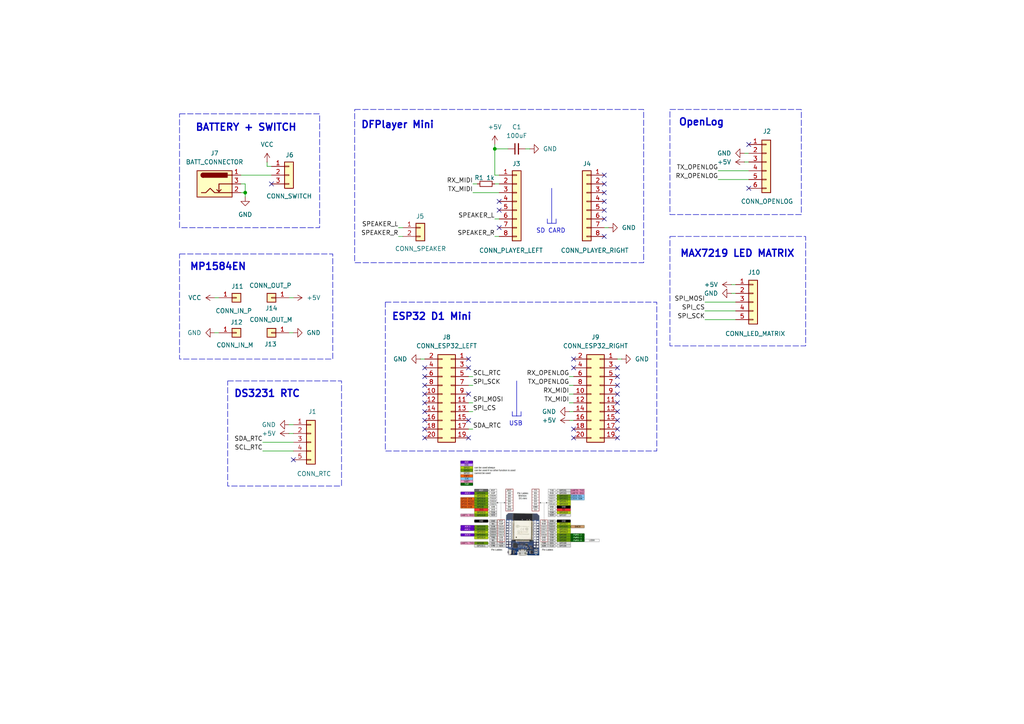
<source format=kicad_sch>
(kicad_sch (version 20250114) (generator "eeschema") (generator_version "9.0")
  (paper "A4")
  (title_block (title "Brush EBoot") (date "2025-05-20") (rev "1.0") (company "Maisey and Goncalo"))
  (lib_symbols
    (symbol "Connector:Barrel_Jack_Switch" (pin_names (hide yes))
      (property "Reference" "J" (at 0 5.334 0))
      (property "Value" "Barrel_Jack_Switch" (at 0 -5.08 0))
      (symbol "Barrel_Jack_Switch_0_1"
        (rectangle (start -5.08 3.81) (end 5.08 -3.81) (stroke (width 0.254)) (fill (type background)))
        (polyline (pts (xy -3.81 -2.54) (xy -2.54 -2.54) (xy -1.27 -1.27) (xy 0 -2.54) (xy 2.54 -2.54) (xy 5.08 -2.54)) (stroke (width 0.254)))
        (arc (start -3.302 1.905) (mid -3.9343 2.54) (end -3.302 3.175) (stroke (width 0.254)))
        (arc (start -3.302 1.905) (mid -3.9343 2.54) (end -3.302 3.175) (stroke (width 0.254)) (fill (type outline)))
        (polyline (pts (xy 1.27 -2.286) (xy 1.905 -1.651)) (stroke (width 0.254)))
        (rectangle (start 3.683 3.175) (end -3.302 1.905) (stroke (width 0.254)) (fill (type outline)))
        (polyline (pts (xy 5.08 2.54) (xy 3.81 2.54)) (stroke (width 0.254)))
        (polyline (pts (xy 5.08 0) (xy 1.27 0) (xy 1.27 -2.286) (xy 0.635 -1.651)) (stroke (width 0.254)))
      )
      (symbol "Barrel_Jack_Switch_1_1"
        (pin passive line (at 7.62 2.54 180) (length 2.54) (name "~") (number "1"))
        (pin passive line (at 7.62 0 180) (length 2.54) (name "~") (number "3"))
        (pin passive line (at 7.62 -2.54 180) (length 2.54) (name "~") (number "2"))
      )
    )
    (symbol "Connector_Generic:Conn_01x01" (pin_names (offset 1.016) (hide yes))
      (property "Reference" "J" (at 0 2.54 0))
      (property "Value" "Conn_01x01" (at 0 -2.54 0))
      (symbol "Conn_01x01_1_1"
        (rectangle (start -1.27 1.27) (end 1.27 -1.27) (stroke (width 0.254)) (fill (type background)))
        (rectangle (start -1.27 0.127) (end 0 -0.127) (stroke (width 0.1524)))
        (pin passive line (at -5.08 0 0) (length 3.81) (name "Pin_1") (number "1"))
      )
    )
    (symbol "Connector_Generic:Conn_01x02" (pin_names (offset 1.016) (hide yes))
      (property "Reference" "J" (at 0 2.54 0))
      (property "Value" "Conn_01x02" (at 0 -5.08 0))
      (symbol "Conn_01x02_1_1"
        (rectangle (start -1.27 1.27) (end 1.27 -3.81) (stroke (width 0.254)) (fill (type background)))
        (rectangle (start -1.27 0.127) (end 0 -0.127) (stroke (width 0.1524)))
        (rectangle (start -1.27 -2.413) (end 0 -2.667) (stroke (width 0.1524)))
        (pin passive line (at -5.08 0 0) (length 3.81) (name "Pin_1") (number "1"))
        (pin passive line (at -5.08 -2.54 0) (length 3.81) (name "Pin_2") (number "2"))
      )
    )
    (symbol "Connector_Generic:Conn_01x03" (pin_names (offset 1.016) (hide yes))
      (property "Reference" "J" (at 0 5.08 0))
      (property "Value" "Conn_01x03" (at 0 -5.08 0))
      (symbol "Conn_01x03_1_1"
        (rectangle (start -1.27 3.81) (end 1.27 -3.81) (stroke (width 0.254)) (fill (type background)))
        (rectangle (start -1.27 2.667) (end 0 2.413) (stroke (width 0.1524)))
        (rectangle (start -1.27 0.127) (end 0 -0.127) (stroke (width 0.1524)))
        (rectangle (start -1.27 -2.413) (end 0 -2.667) (stroke (width 0.1524)))
        (pin passive line (at -5.08 2.54 0) (length 3.81) (name "Pin_1") (number "1"))
        (pin passive line (at -5.08 0 0) (length 3.81) (name "Pin_2") (number "2"))
        (pin passive line (at -5.08 -2.54 0) (length 3.81) (name "Pin_3") (number "3"))
      )
    )
    (symbol "Connector_Generic:Conn_01x05" (pin_names (offset 1.016) (hide yes))
      (property "Reference" "J" (at 0 7.62 0))
      (property "Value" "Conn_01x05" (at 0 -7.62 0))
      (symbol "Conn_01x05_1_1"
        (rectangle (start -1.27 6.35) (end 1.27 -6.35) (stroke (width 0.254)) (fill (type background)))
        (rectangle (start -1.27 5.207) (end 0 4.953) (stroke (width 0.1524)))
        (rectangle (start -1.27 2.667) (end 0 2.413) (stroke (width 0.1524)))
        (rectangle (start -1.27 0.127) (end 0 -0.127) (stroke (width 0.1524)))
        (rectangle (start -1.27 -2.413) (end 0 -2.667) (stroke (width 0.1524)))
        (rectangle (start -1.27 -4.953) (end 0 -5.207) (stroke (width 0.1524)))
        (pin passive line (at -5.08 5.08 0) (length 3.81) (name "Pin_1") (number "1"))
        (pin passive line (at -5.08 2.54 0) (length 3.81) (name "Pin_2") (number "2"))
        (pin passive line (at -5.08 0 0) (length 3.81) (name "Pin_3") (number "3"))
        (pin passive line (at -5.08 -2.54 0) (length 3.81) (name "Pin_4") (number "4"))
        (pin passive line (at -5.08 -5.08 0) (length 3.81) (name "Pin_5") (number "5"))
      )
    )
    (symbol "Connector_Generic:Conn_01x06" (pin_names (offset 1.016) (hide yes))
      (property "Reference" "J" (at 0 7.62 0))
      (property "Value" "Conn_01x06" (at 0 -10.16 0))
      (symbol "Conn_01x06_1_1"
        (rectangle (start -1.27 6.35) (end 1.27 -8.89) (stroke (width 0.254)) (fill (type background)))
        (rectangle (start -1.27 5.207) (end 0 4.953) (stroke (width 0.1524)))
        (rectangle (start -1.27 2.667) (end 0 2.413) (stroke (width 0.1524)))
        (rectangle (start -1.27 0.127) (end 0 -0.127) (stroke (width 0.1524)))
        (rectangle (start -1.27 -2.413) (end 0 -2.667) (stroke (width 0.1524)))
        (rectangle (start -1.27 -4.953) (end 0 -5.207) (stroke (width 0.1524)))
        (rectangle (start -1.27 -7.493) (end 0 -7.747) (stroke (width 0.1524)))
        (pin passive line (at -5.08 5.08 0) (length 3.81) (name "Pin_1") (number "1"))
        (pin passive line (at -5.08 2.54 0) (length 3.81) (name "Pin_2") (number "2"))
        (pin passive line (at -5.08 0 0) (length 3.81) (name "Pin_3") (number "3"))
        (pin passive line (at -5.08 -2.54 0) (length 3.81) (name "Pin_4") (number "4"))
        (pin passive line (at -5.08 -5.08 0) (length 3.81) (name "Pin_5") (number "5"))
        (pin passive line (at -5.08 -7.62 0) (length 3.81) (name "Pin_6") (number "6"))
      )
    )
    (symbol "Connector_Generic:Conn_01x08" (pin_names (offset 1.016) (hide yes))
      (property "Reference" "J" (at 0 10.16 0))
      (property "Value" "Conn_01x08" (at 0 -12.7 0))
      (symbol "Conn_01x08_1_1"
        (rectangle (start -1.27 8.89) (end 1.27 -11.43) (stroke (width 0.254)) (fill (type background)))
        (rectangle (start -1.27 7.747) (end 0 7.493) (stroke (width 0.1524)))
        (rectangle (start -1.27 5.207) (end 0 4.953) (stroke (width 0.1524)))
        (rectangle (start -1.27 2.667) (end 0 2.413) (stroke (width 0.1524)))
        (rectangle (start -1.27 0.127) (end 0 -0.127) (stroke (width 0.1524)))
        (rectangle (start -1.27 -2.413) (end 0 -2.667) (stroke (width 0.1524)))
        (rectangle (start -1.27 -4.953) (end 0 -5.207) (stroke (width 0.1524)))
        (rectangle (start -1.27 -7.493) (end 0 -7.747) (stroke (width 0.1524)))
        (rectangle (start -1.27 -10.033) (end 0 -10.287) (stroke (width 0.1524)))
        (pin passive line (at -5.08 7.62 0) (length 3.81) (name "Pin_1") (number "1"))
        (pin passive line (at -5.08 5.08 0) (length 3.81) (name "Pin_2") (number "2"))
        (pin passive line (at -5.08 2.54 0) (length 3.81) (name "Pin_3") (number "3"))
        (pin passive line (at -5.08 0 0) (length 3.81) (name "Pin_4") (number "4"))
        (pin passive line (at -5.08 -2.54 0) (length 3.81) (name "Pin_5") (number "5"))
        (pin passive line (at -5.08 -5.08 0) (length 3.81) (name "Pin_6") (number "6"))
        (pin passive line (at -5.08 -7.62 0) (length 3.81) (name "Pin_7") (number "7"))
        (pin passive line (at -5.08 -10.16 0) (length 3.81) (name "Pin_8") (number "8"))
      )
    )
    (symbol "Connector_Generic:Conn_02x10_Odd_Even" (pin_names (offset 1.016) (hide yes))
      (property "Reference" "J" (at 1.27 12.7 0))
      (property "Value" "Conn_02x10_Odd_Even" (at 1.27 -15.24 0))
      (symbol "Conn_02x10_Odd_Even_1_1"
        (rectangle (start -1.27 11.43) (end 3.81 -13.97) (stroke (width 0.254)) (fill (type background)))
        (rectangle (start -1.27 10.287) (end 0 10.033) (stroke (width 0.1524)))
        (rectangle (start -1.27 7.747) (end 0 7.493) (stroke (width 0.1524)))
        (rectangle (start -1.27 5.207) (end 0 4.953) (stroke (width 0.1524)))
        (rectangle (start -1.27 2.667) (end 0 2.413) (stroke (width 0.1524)))
        (rectangle (start -1.27 0.127) (end 0 -0.127) (stroke (width 0.1524)))
        (rectangle (start -1.27 -2.413) (end 0 -2.667) (stroke (width 0.1524)))
        (rectangle (start -1.27 -4.953) (end 0 -5.207) (stroke (width 0.1524)))
        (rectangle (start -1.27 -7.493) (end 0 -7.747) (stroke (width 0.1524)))
        (rectangle (start -1.27 -10.033) (end 0 -10.287) (stroke (width 0.1524)))
        (rectangle (start -1.27 -12.573) (end 0 -12.827) (stroke (width 0.1524)))
        (rectangle (start 3.81 10.287) (end 2.54 10.033) (stroke (width 0.1524)))
        (rectangle (start 3.81 7.747) (end 2.54 7.493) (stroke (width 0.1524)))
        (rectangle (start 3.81 5.207) (end 2.54 4.953) (stroke (width 0.1524)))
        (rectangle (start 3.81 2.667) (end 2.54 2.413) (stroke (width 0.1524)))
        (rectangle (start 3.81 0.127) (end 2.54 -0.127) (stroke (width 0.1524)))
        (rectangle (start 3.81 -2.413) (end 2.54 -2.667) (stroke (width 0.1524)))
        (rectangle (start 3.81 -4.953) (end 2.54 -5.207) (stroke (width 0.1524)))
        (rectangle (start 3.81 -7.493) (end 2.54 -7.747) (stroke (width 0.1524)))
        (rectangle (start 3.81 -10.033) (end 2.54 -10.287) (stroke (width 0.1524)))
        (rectangle (start 3.81 -12.573) (end 2.54 -12.827) (stroke (width 0.1524)))
        (pin passive line (at -5.08 10.16 0) (length 3.81) (name "Pin_1") (number "1"))
        (pin passive line (at -5.08 7.62 0) (length 3.81) (name "Pin_3") (number "3"))
        (pin passive line (at -5.08 5.08 0) (length 3.81) (name "Pin_5") (number "5"))
        (pin passive line (at -5.08 2.54 0) (length 3.81) (name "Pin_7") (number "7"))
        (pin passive line (at -5.08 0 0) (length 3.81) (name "Pin_9") (number "9"))
        (pin passive line (at -5.08 -2.54 0) (length 3.81) (name "Pin_11") (number "11"))
        (pin passive line (at -5.08 -5.08 0) (length 3.81) (name "Pin_13") (number "13"))
        (pin passive line (at -5.08 -7.62 0) (length 3.81) (name "Pin_15") (number "15"))
        (pin passive line (at -5.08 -10.16 0) (length 3.81) (name "Pin_17") (number "17"))
        (pin passive line (at -5.08 -12.7 0) (length 3.81) (name "Pin_19") (number "19"))
        (pin passive line (at 7.62 10.16 180) (length 3.81) (name "Pin_2") (number "2"))
        (pin passive line (at 7.62 7.62 180) (length 3.81) (name "Pin_4") (number "4"))
        (pin passive line (at 7.62 5.08 180) (length 3.81) (name "Pin_6") (number "6"))
        (pin passive line (at 7.62 2.54 180) (length 3.81) (name "Pin_8") (number "8"))
        (pin passive line (at 7.62 0 180) (length 3.81) (name "Pin_10") (number "10"))
        (pin passive line (at 7.62 -2.54 180) (length 3.81) (name "Pin_12") (number "12"))
        (pin passive line (at 7.62 -5.08 180) (length 3.81) (name "Pin_14") (number "14"))
        (pin passive line (at 7.62 -7.62 180) (length 3.81) (name "Pin_16") (number "16"))
        (pin passive line (at 7.62 -10.16 180) (length 3.81) (name "Pin_18") (number "18"))
        (pin passive line (at 7.62 -12.7 180) (length 3.81) (name "Pin_20") (number "20"))
      )
    )
    (symbol "Device:C_Small" (pin_numbers (hide yes)) (pin_names (offset 0.254) (hide yes))
      (property "Reference" "C" (at 0.254 1.778 0))
      (property "Value" "C_Small" (at 0.254 -2.032 0))
      (symbol "C_Small_0_1"
        (polyline (pts (xy -1.524 0.508) (xy 1.524 0.508)) (stroke (width 0.3048)))
        (polyline (pts (xy -1.524 -0.508) (xy 1.524 -0.508)) (stroke (width 0.3302)))
      )
      (symbol "C_Small_1_1"
        (pin passive line (at 0 2.54 270) (length 2.032) (name "~") (number "1"))
        (pin passive line (at 0 -2.54 90) (length 2.032) (name "~") (number "2"))
      )
    )
    (symbol "Device:R_Small" (pin_numbers (hide yes)) (pin_names (offset 0.254) (hide yes))
      (property "Reference" "R" (at 0.762 0.508 0))
      (property "Value" "R_Small" (at 0.762 -1.016 0))
      (symbol "R_Small_0_1"
        (rectangle (start -0.762 1.778) (end 0.762 -1.778) (stroke (width 0.2032)))
      )
      (symbol "R_Small_1_1"
        (pin passive line (at 0 2.54 270) (length 0.762) (name "~") (number "1"))
        (pin passive line (at 0 -2.54 90) (length 0.762) (name "~") (number "2"))
      )
    )
    (symbol "power:+5V" (power) (pin_numbers (hide yes)) (pin_names (offset 0) (hide yes))
      (property "Value" "+5V" (at 0 3.556 0))
      (symbol "+5V_0_1"
        (polyline (pts (xy -0.762 1.27) (xy 0 2.54)))
        (polyline (pts (xy 0 2.54) (xy 0.762 1.27)))
        (polyline (pts (xy 0 0) (xy 0 2.54)))
      )
      (symbol "+5V_1_1"
        (pin power_in line (at 0 0 90) (length 0) (name "~") (number "1"))
      )
    )
    (symbol "power:GND" (power) (pin_numbers (hide yes)) (pin_names (offset 0) (hide yes))
      (property "Value" "GND" (at 0 -3.81 0))
      (symbol "GND_0_1"
        (polyline (pts (xy 0 0) (xy 0 -1.27) (xy 1.27 -1.27) (xy 0 -2.54) (xy -1.27 -1.27) (xy 0 -1.27)))
      )
      (symbol "GND_1_1"
        (pin power_in line (at 0 0 270) (length 0) (name "~") (number "1"))
      )
    )
    (symbol "power:VCC" (power) (pin_numbers (hide yes)) (pin_names (offset 0) (hide yes))
      (property "Value" "VCC" (at 0 3.556 0))
      (symbol "VCC_0_1"
        (polyline (pts (xy -0.762 1.27) (xy 0 2.54)))
        (polyline (pts (xy 0 2.54) (xy 0.762 1.27)))
        (polyline (pts (xy 0 0) (xy 0 2.54)))
      )
      (symbol "VCC_1_1"
        (pin power_in line (at 0 0 90) (length 0) (name "~") (number "1"))
      )
    )
  )
  (rectangle (start 102.87 31.75) (end 186.69 76.2) (stroke (width 0) (type dash)))
  (rectangle (start 111.76 87.63) (end 190.5 130.81) (stroke (width 0) (type dash)))
  (rectangle (start 194.31 68.58) (end 233.68 100.33) (stroke (width 0) (type dash)))
  (rectangle (start 194.31 31.75) (end 232.41 62.23) (stroke (width 0) (type dash)))
  (rectangle (start 52.07 33.02) (end 92.71 66.04) (stroke (width 0) (type dash)))
  (rectangle (start 66.04 110.49) (end 99.06 140.97) (stroke (width 0) (type dash)))
  (rectangle (start 52.07 73.66) (end 96.52 104.14) (stroke (width 0) (type dash)))
  (text "MAX7219 LED MATRIX" (at 213.868 73.66 0) (effects (font (size 2.032 2.032) (thickness 0.4064) (bold yes))))
  (text "OpenLog\n" (at 203.454 35.56 0) (effects (font (size 2.032 2.032) (thickness 0.4064) (bold yes))))
  (text "ESP32 D1 Mini" (at 125.222 91.948 0) (effects (font (size 2.032 2.032) (thickness 0.4064) (bold yes))))
  (text "USB" (at 149.606 122.936 0) (effects (font (size 1.27 1.27))))
  (text "MP1584EN" (at 63.246 77.47 0) (effects (font (size 2.032 2.032) (thickness 0.4064) (bold yes))))
  (text "DFPlayer Mini" (at 115.316 36.322 0) (effects (font (size 2.032 2.032) (thickness 0.4064) (bold yes))))
  (text "SD CARD" (at 159.766 67.056 0) (effects (font (size 1.27 1.27))))
  (text "DS3231 RTC\n" (at 77.47 114.3 0) (effects (font (size 2.032 2.032) (thickness 0.4064) (bold yes))))
  (text "BATTERY + SWITCH" (at 71.374 37.084 0) (effects (font (size 2.032 2.032) (thickness 0.4064) (bold yes))))
  (junction (at 71.12 55.88))
  (junction (at 143.51 43.18))
  (no_connect (at 179.07 116.84))
  (no_connect (at 179.07 119.38))
  (no_connect (at 135.89 104.14))
  (no_connect (at 144.78 60.96))
  (no_connect (at 123.19 121.92))
  (no_connect (at 123.19 106.68))
  (no_connect (at 85.09 133.35))
  (no_connect (at 217.17 41.91))
  (no_connect (at 123.19 127))
  (no_connect (at 123.19 116.84))
  (no_connect (at 123.19 111.76))
  (no_connect (at 78.74 53.34))
  (no_connect (at 135.89 114.3))
  (no_connect (at 175.26 55.88))
  (no_connect (at 166.37 127))
  (no_connect (at 166.37 104.14))
  (no_connect (at 166.37 106.68))
  (no_connect (at 166.37 124.46))
  (no_connect (at 135.89 121.92))
  (no_connect (at 144.78 66.04))
  (no_connect (at 179.07 111.76))
  (no_connect (at 175.26 53.34))
  (no_connect (at 123.19 119.38))
  (no_connect (at 175.26 63.5))
  (no_connect (at 179.07 124.46))
  (no_connect (at 135.89 127))
  (no_connect (at 217.17 54.61))
  (no_connect (at 179.07 114.3))
  (no_connect (at 144.78 58.42))
  (no_connect (at 175.26 60.96))
  (no_connect (at 123.19 124.46))
  (no_connect (at 123.19 114.3))
  (no_connect (at 179.07 106.68))
  (no_connect (at 175.26 50.8))
  (no_connect (at 135.89 106.68))
  (no_connect (at 179.07 127))
  (no_connect (at 175.26 58.42))
  (no_connect (at 123.19 109.22))
  (no_connect (at 175.26 68.58))
  (no_connect (at 179.07 109.22))
  (no_connect (at 179.07 121.92))
  (wire (pts (xy 215.9 44.45) (xy 217.17 44.45)))
  (wire (pts (xy 143.51 53.34) (xy 144.78 53.34)))
  (wire (pts (xy 165.1 121.92) (xy 166.37 121.92)))
  (wire (pts (xy 143.51 50.8) (xy 143.51 43.18)))
  (wire (pts (xy 143.51 43.18) (xy 143.51 41.91)))
  (polyline (pts (xy 160.02 64.77) (xy 161.29 64.77)))
  (wire (pts (xy 165.1 114.3) (xy 166.37 114.3)))
  (wire (pts (xy 62.23 86.36) (xy 63.5 86.36)))
  (polyline (pts (xy 149.86 120.65) (xy 148.59 120.65)))
  (wire (pts (xy 115.57 68.58) (xy 116.84 68.58)))
  (wire (pts (xy 78.74 48.26) (xy 77.47 48.26)))
  (wire (pts (xy 76.2 128.27) (xy 85.09 128.27)))
  (polyline (pts (xy 160.02 54.61) (xy 160.02 64.77)))
  (wire (pts (xy 121.92 104.14) (xy 123.19 104.14)))
  (wire (pts (xy 204.47 92.71) (xy 213.36 92.71)))
  (wire (pts (xy 143.51 68.58) (xy 144.78 68.58)))
  (polyline (pts (xy 149.86 110.49) (xy 149.86 120.65)))
  (polyline (pts (xy 158.75 63.5) (xy 158.75 64.77)))
  (wire (pts (xy 165.1 109.22) (xy 166.37 109.22)))
  (wire (pts (xy 83.82 86.36) (xy 85.09 86.36)))
  (wire (pts (xy 135.89 116.84) (xy 137.16 116.84)))
  (polyline (pts (xy 151.13 119.38) (xy 151.13 120.65)))
  (wire (pts (xy 165.1 111.76) (xy 166.37 111.76)))
  (wire (pts (xy 62.23 96.52) (xy 63.5 96.52)))
  (wire (pts (xy 137.16 55.88) (xy 144.78 55.88)))
  (wire (pts (xy 204.47 87.63) (xy 213.36 87.63)))
  (wire (pts (xy 144.78 50.8) (xy 143.51 50.8)))
  (wire (pts (xy 212.09 85.09) (xy 213.36 85.09)))
  (wire (pts (xy 179.07 104.14) (xy 180.34 104.14)))
  (wire (pts (xy 115.57 66.04) (xy 116.84 66.04)))
  (wire (pts (xy 83.82 123.19) (xy 85.09 123.19)))
  (wire (pts (xy 135.89 111.76) (xy 137.16 111.76)))
  (wire (pts (xy 137.16 53.34) (xy 138.43 53.34)))
  (wire (pts (xy 135.89 109.22) (xy 137.16 109.22)))
  (wire (pts (xy 208.28 52.07) (xy 217.17 52.07)))
  (wire (pts (xy 69.85 53.34) (xy 71.12 53.34)))
  (wire (pts (xy 152.4 43.18) (xy 153.67 43.18)))
  (polyline (pts (xy 149.86 120.65) (xy 151.13 120.65)))
  (polyline (pts (xy 148.59 119.38) (xy 148.59 120.65)))
  (wire (pts (xy 175.26 66.04) (xy 176.53 66.04)))
  (wire (pts (xy 71.12 57.15) (xy 71.12 55.88)))
  (wire (pts (xy 165.1 116.84) (xy 166.37 116.84)))
  (wire (pts (xy 76.2 130.81) (xy 85.09 130.81)))
  (wire (pts (xy 143.51 43.18) (xy 147.32 43.18)))
  (wire (pts (xy 165.1 119.38) (xy 166.37 119.38)))
  (wire (pts (xy 71.12 53.34) (xy 71.12 55.88)))
  (wire (pts (xy 83.82 125.73) (xy 85.09 125.73)))
  (wire (pts (xy 83.82 96.52) (xy 85.09 96.52)))
  (polyline (pts (xy 160.02 64.77) (xy 158.75 64.77)))
  (wire (pts (xy 135.89 124.46) (xy 137.16 124.46)))
  (wire (pts (xy 77.47 48.26) (xy 77.47 46.99)))
  (wire (pts (xy 71.12 55.88) (xy 69.85 55.88)))
  (polyline (pts (xy 161.29 63.5) (xy 161.29 64.77)))
  (wire (pts (xy 204.47 90.17) (xy 213.36 90.17)))
  (wire (pts (xy 215.9 46.99) (xy 217.17 46.99)))
  (wire (pts (xy 69.85 50.8) (xy 78.74 50.8)))
  (wire (pts (xy 208.28 49.53) (xy 217.17 49.53)))
  (wire (pts (xy 143.51 63.5) (xy 144.78 63.5)))
  (wire (pts (xy 212.09 82.55) (xy 213.36 82.55)))
  (wire (pts (xy 135.89 119.38) (xy 137.16 119.38)))
  (image (at 153.67 147.32) (scale 0.710139))
  (label "SDA_RTC" (at 76.2 128.27 180))
  (label "SPEAKER_L" (at 115.57 66.04 180))
  (label "TX_OPENLOG" (at 208.28 49.53 180))
  (label "RX_MIDI" (at 137.16 53.34 180))
  (label "SPI_SCK" (at 204.47 92.71 180))
  (label "TX_OPENLOG" (at 165.1 111.76 180))
  (label "RX_MIDI" (at 165.1 114.3 180))
  (label "SCL_RTC" (at 76.2 130.81 180))
  (label "RX_OPENLOG" (at 208.28 52.07 180))
  (label "SPI_CS" (at 204.47 90.17 180))
  (label "SPEAKER_R" (at 143.51 68.58 180))
  (label "RX_OPENLOG" (at 165.1 109.22 180))
  (label "SPI_CS" (at 137.16 119.38 0))
  (label "SDA_RTC" (at 137.16 124.46 0))
  (label "SPEAKER_R" (at 115.57 68.58 180))
  (label "TX_MIDI" (at 165.1 116.84 180))
  (label "TX_MIDI" (at 137.16 55.88 180))
  (label "SPEAKER_L" (at 143.51 63.5 180))
  (label "SPI_MOSI" (at 137.16 116.84 0))
  (label "SPI_MOSI" (at 204.47 87.63 180))
  (label "SPI_SCK" (at 137.16 111.76 0))
  (label "SCL_RTC" (at 137.16 109.22 0))
  (symbol (lib_id "power:GND") (at 153.67 43.18 90) (unit 1)
    (property "Reference" "#PWR07" (effects (hide yes)))
    (property "Value" "GND" (at 157.48 43.1799 90) (effects (justify right)))
    (property "Description" "Power symbol creates a global label with name \"GND\" , ground" (effects (hide yes)))
  )
  (symbol (lib_id "power:GND") (at 62.23 96.52 270) (unit 1)
    (property "Reference" "#PWR018" (effects (hide yes)))
    (property "Value" "GND" (at 58.42 96.5199 90) (effects (justify right)))
    (property "Description" "Power symbol creates a global label with name \"GND\" , ground" (effects (hide yes)))
  )
  (symbol (lib_id "power:GND") (at 121.92 104.14 270) (unit 1)
    (property "Reference" "#PWR013" (effects (hide yes)))
    (property "Value" "GND" (at 118.11 104.1399 90) (effects (justify right)))
    (property "Description" "Power symbol creates a global label with name \"GND\" , ground" (effects (hide yes)))
  )
  (symbol (lib_id "Connector_Generic:Conn_01x06") (at 222.25 46.99 0) (unit 1)
    (property "Reference" "J2" (at 221.234 38.1 0) (effects (justify left)))
    (property "Value" "CONN_OPENLOG" (at 214.884 58.42 0) (effects (justify left)))
    (property "Footprint" "Connector_PinSocket_2.54mm:PinSocket_1x06_P2.54mm_Vertical" (effects (hide yes)))
    (property "Description" "Generic connector, single row, 01x06, script generated (kicad-library-utils/schlib/autogen/connector/)" (effects (hide yes)))
  )
  (symbol (lib_id "power:GND") (at 212.09 85.09 270) (unit 1)
    (property "Reference" "#PWR015" (effects (hide yes)))
    (property "Value" "GND" (at 208.28 85.0899 90) (effects (justify right)))
    (property "Description" "Power symbol creates a global label with name \"GND\" , ground" (effects (hide yes)))
  )
  (symbol (lib_id "power:+5V") (at 83.82 125.73 90) (unit 1)
    (property "Reference" "#PWR04" (effects (hide yes)))
    (property "Value" "+5V" (at 80.01 125.7299 90) (effects (justify left)))
    (property "Description" "Power symbol creates a global label with name \"+5V\"" (effects (hide yes)))
  )
  (symbol (lib_id "Connector_Generic:Conn_01x08") (at 149.86 58.42 0) (unit 1)
    (property "Reference" "J3" (at 148.59 47.498 0) (effects (justify left)))
    (property "Value" "CONN_PLAYER_LEFT" (at 138.938 72.644 0) (effects (justify left)))
    (property "Footprint" "Connector_PinSocket_2.54mm:PinSocket_1x08_P2.54mm_Vertical" (effects (hide yes)))
    (property "Description" "Generic connector, single row, 01x08, script generated (kicad-library-utils/schlib/autogen/connector/)" (effects (hide yes)))
  )
  (symbol (lib_id "power:GND") (at 180.34 104.14 90) (unit 1)
    (property "Reference" "#PWR012" (effects (hide yes)))
    (property "Value" "GND" (at 184.15 104.1399 90) (effects (justify right)))
    (property "Description" "Power symbol creates a global label with name \"GND\" , ground" (effects (hide yes)))
  )
  (symbol (lib_id "power:GND") (at 165.1 119.38 270) (unit 1)
    (property "Reference" "#PWR011" (effects (hide yes)))
    (property "Value" "GND" (at 161.29 119.3799 90) (effects (justify right)))
    (property "Description" "Power symbol creates a global label with name \"GND\" , ground" (effects (hide yes)))
  )
  (symbol (lib_id "Device:C_Small") (at 149.86 43.18 90) (unit 1)
    (property "Reference" "C1" (at 149.8663 36.83 90))
    (property "Value" "100uF" (at 149.8663 39.37 90))
    (property "Footprint" "Capacitor_THT:CP_Radial_D8.0mm_P3.50mm" (effects (hide yes)))
    (property "Description" "Unpolarized capacitor, small symbol" (effects (hide yes)))
  )
  (symbol (lib_id "Connector_Generic:Conn_02x10_Odd_Even") (at 130.81 114.3 0) (mirror y) (unit 1)
    (property "Reference" "J8" (at 129.54 97.79 0))
    (property "Value" "CONN_ESP32_LEFT" (at 129.54 100.33 0))
    (property "Footprint" "Connector_PinSocket_2.54mm:PinSocket_2x10_P2.54mm_Vertical" (effects (hide yes)))
    (property "Description" "Generic connector, double row, 02x10, odd/even pin numbering scheme (row 1 odd numbers, row 2 even numbers), script generated (kicad-library-utils/schlib/autogen/connector/)" (effects (hide yes)))
  )
  (symbol (lib_id "power:+5V") (at 143.51 41.91 0) (unit 1)
    (property "Reference" "#PWR05" (effects (hide yes)))
    (property "Value" "+5V" (at 143.51 36.83 0))
    (property "Description" "Power symbol creates a global label with name \"+5V\"" (effects (hide yes)))
  )
  (symbol (lib_id "power:+5V") (at 165.1 121.92 90) (unit 1)
    (property "Reference" "#PWR010" (effects (hide yes)))
    (property "Value" "+5V" (at 161.29 121.9199 90) (effects (justify left)))
    (property "Description" "Power symbol creates a global label with name \"+5V\"" (effects (hide yes)))
  )
  (symbol (lib_id "power:+5V") (at 212.09 82.55 90) (unit 1)
    (property "Reference" "#PWR014" (effects (hide yes)))
    (property "Value" "+5V" (at 208.28 82.5499 90) (effects (justify left)))
    (property "Description" "Power symbol creates a global label with name \"+5V\"" (effects (hide yes)))
  )
  (symbol (lib_id "Connector_Generic:Conn_01x01") (at 68.58 86.36 0) (unit 1)
    (property "Reference" "J11" (at 67.056 83.058 0) (effects (justify left)))
    (property "Value" "CONN_IN_P" (at 62.484 90.17 0) (effects (justify left)))
    (property "Footprint" "Connector_PinHeader_2.54mm:PinHeader_1x01_P2.54mm_Vertical" (effects (hide yes)))
    (property "Description" "Generic connector, single row, 01x01, script generated (kicad-library-utils/schlib/autogen/connector/)" (effects (hide yes)))
    (property "Amazon" "https://www.amazon.com/Regulator-Converter-Aircraft-MP1584EN-Adjustable/dp/B0DP96259C?source=ps-sl-shoppingads-lpcontext&ref_=fplfs&smid=A2Z10KY0342329&gQT=2&th=1" (effects (hide yes)))
  )
  (symbol (lib_id "Connector_Generic:Conn_01x05") (at 218.44 87.63 0) (unit 1)
    (property "Reference" "J10" (at 216.916 78.994 0) (effects (justify left)))
    (property "Value" "CONN_LED_MATRIX" (at 210.312 96.774 0) (effects (justify left)))
    (property "Footprint" "Connector_JST:JST_XH_B5B-XH-A_1x05_P2.50mm_Vertical" (effects (hide yes)))
    (property "Description" "Generic connector, single row, 01x05, script generated (kicad-library-utils/schlib/autogen/connector/)" (effects (hide yes)))
  )
  (symbol (lib_id "power:GND") (at 71.12 57.15 0) (unit 1)
    (property "Reference" "#PWR019" (effects (hide yes)))
    (property "Value" "GND" (at 71.12 62.23 0))
    (property "Description" "Power symbol creates a global label with name \"GND\" , ground" (effects (hide yes)))
  )
  (symbol (lib_id "power:VCC") (at 62.23 86.36 90) (unit 1)
    (property "Reference" "#PWR016" (effects (hide yes)))
    (property "Value" "VCC" (at 58.42 86.3599 90) (effects (justify left)))
    (property "Description" "Power symbol creates a global label with name \"VCC\"" (effects (hide yes)))
  )
  (symbol (lib_id "Connector_Generic:Conn_01x02") (at 121.92 66.04 0) (unit 1)
    (property "Reference" "J5" (at 120.65 62.738 0) (effects (justify left)))
    (property "Value" "CONN_SPEAKER" (at 114.554 72.136 0) (effects (justify left)))
    (property "Footprint" "Connector_JST:JST_XH_B2B-XH-A_1x02_P2.50mm_Vertical" (effects (hide yes)))
    (property "Description" "Generic connector, single row, 01x02, script generated (kicad-library-utils/schlib/autogen/connector/)" (effects (hide yes)))
  )
  (symbol (lib_id "Connector_Generic:Conn_02x10_Odd_Even") (at 173.99 114.3 0) (mirror y) (unit 1)
    (property "Reference" "J9" (at 172.72 97.79 0))
    (property "Value" "CONN_ESP32_RIGHT" (at 172.72 100.33 0))
    (property "Footprint" "Connector_PinSocket_2.54mm:PinSocket_2x10_P2.54mm_Vertical" (effects (hide yes)))
    (property "Description" "Generic connector, double row, 02x10, odd/even pin numbering scheme (row 1 odd numbers, row 2 even numbers), script generated (kicad-library-utils/schlib/autogen/connector/)" (effects (hide yes)))
  )
  (symbol (lib_id "Connector_Generic:Conn_01x01") (at 68.58 96.52 0) (unit 1)
    (property "Reference" "J12" (at 66.802 93.472 0) (effects (justify left)))
    (property "Value" "CONN_IN_M" (at 62.738 100.076 0) (effects (justify left)))
    (property "Footprint" "Connector_PinHeader_2.54mm:PinHeader_1x01_P2.54mm_Vertical" (effects (hide yes)))
    (property "Description" "Generic connector, single row, 01x01, script generated (kicad-library-utils/schlib/autogen/connector/)" (effects (hide yes)))
  )
  (symbol (lib_id "Connector_Generic:Conn_01x01") (at 78.74 96.52 180) (unit 1)
    (property "Reference" "J13" (at 80.264 99.822 0) (effects (justify left)))
    (property "Value" "CONN_OUT_M" (at 84.836 92.71 0) (effects (justify left)))
    (property "Footprint" "Connector_PinHeader_2.54mm:PinHeader_1x01_P2.54mm_Vertical" (effects (hide yes)))
    (property "Description" "Generic connector, single row, 01x01, script generated (kicad-library-utils/schlib/autogen/connector/)" (effects (hide yes)))
  )
  (symbol (lib_id "power:+5V") (at 215.9 46.99 90) (unit 1)
    (property "Reference" "#PWR02" (effects (hide yes)))
    (property "Value" "+5V" (at 212.09 46.9899 90) (effects (justify left)))
    (property "Description" "Power symbol creates a global label with name \"+5V\"" (effects (hide yes)))
  )
  (symbol (lib_id "power:+5V") (at 85.09 86.36 270) (unit 1)
    (property "Reference" "#PWR017" (effects (hide yes)))
    (property "Value" "+5V" (at 88.9 86.3599 90) (effects (justify left)))
    (property "Description" "Power symbol creates a global label with name \"+5V\"" (effects (hide yes)))
  )
  (symbol (lib_id "Connector_Generic:Conn_01x03") (at 83.82 50.8 0) (unit 1)
    (property "Reference" "J6" (at 82.804 44.958 0) (effects (justify left)))
    (property "Value" "CONN_SWITCH" (at 77.216 56.896 0) (effects (justify left)))
    (property "Footprint" "Connector_JST:JST_XH_B3B-XH-A_1x03_P2.50mm_Vertical" (effects (hide yes)))
    (property "Description" "Generic connector, single row, 01x03, script generated (kicad-library-utils/schlib/autogen/connector/)" (effects (hide yes)))
  )
  (symbol (lib_id "Connector_Generic:Conn_01x05") (at 90.17 128.27 0) (unit 1)
    (property "Reference" "J1" (at 89.408 119.38 0) (effects (justify left)))
    (property "Value" "CONN_RTC" (at 86.106 137.414 0) (effects (justify left)))
    (property "Footprint" "Connector_PinSocket_2.54mm:PinSocket_1x05_P2.54mm_Vertical" (effects (hide yes)))
    (property "Description" "Generic connector, single row, 01x05, script generated (kicad-library-utils/schlib/autogen/connector/)" (effects (hide yes)))
  )
  (symbol (lib_id "power:GND") (at 176.53 66.04 90) (unit 1)
    (property "Reference" "#PWR06" (effects (hide yes)))
    (property "Value" "GND" (at 180.34 66.0399 90) (effects (justify right)))
    (property "Description" "Power symbol creates a global label with name \"GND\" , ground" (effects (hide yes)))
  )
  (symbol (lib_id "power:GND") (at 83.82 123.19 270) (unit 1)
    (property "Reference" "#PWR03" (effects (hide yes)))
    (property "Value" "GND" (at 80.01 123.1899 90) (effects (justify right)))
    (property "Description" "Power symbol creates a global label with name \"GND\" , ground" (effects (hide yes)))
  )
  (symbol (lib_id "Device:R_Small") (at 140.97 53.34 90) (unit 1)
    (property "Reference" "R1" (at 138.938 51.562 90))
    (property "Value" "1k" (at 142.24 51.562 90))
    (property "Footprint" "Resistor_THT:R_Axial_DIN0207_L6.3mm_D2.5mm_P10.16mm_Horizontal" (effects (hide yes)))
    (property "Description" "Resistor, small symbol" (effects (hide yes)))
  )
  (symbol (lib_id "Connector_Generic:Conn_01x08") (at 170.18 58.42 0) (mirror y) (unit 1)
    (property "Reference" "J4" (at 171.45 47.498 0) (effects (justify left)))
    (property "Value" "CONN_PLAYER_RIGHT" (at 182.372 72.644 0) (effects (justify left)))
    (property "Footprint" "Connector_PinSocket_2.54mm:PinSocket_1x08_P2.54mm_Vertical" (effects (hide yes)))
    (property "Description" "Generic connector, single row, 01x08, script generated (kicad-library-utils/schlib/autogen/connector/)" (effects (hide yes)))
  )
  (symbol (lib_id "power:GND") (at 215.9 44.45 270) (unit 1)
    (property "Reference" "#PWR01" (effects (hide yes)))
    (property "Value" "GND" (at 212.09 44.4499 90) (effects (justify right)))
    (property "Description" "Power symbol creates a global label with name \"GND\" , ground" (effects (hide yes)))
  )
  (symbol (lib_id "Connector_Generic:Conn_01x01") (at 78.74 86.36 180) (unit 1)
    (property "Reference" "J14" (at 80.518 89.408 0) (effects (justify left)))
    (property "Value" "CONN_OUT_P" (at 84.582 82.804 0) (effects (justify left)))
    (property "Footprint" "Connector_PinHeader_2.54mm:PinHeader_1x01_P2.54mm_Vertical" (effects (hide yes)))
    (property "Description" "Generic connector, single row, 01x01, script generated (kicad-library-utils/schlib/autogen/connector/)" (effects (hide yes)))
  )
  (symbol (lib_id "power:GND") (at 85.09 96.52 90) (unit 1)
    (property "Reference" "#PWR08" (effects (hide yes)))
    (property "Value" "GND" (at 88.9 96.5199 90) (effects (justify right)))
    (property "Description" "Power symbol creates a global label with name \"GND\" , ground" (effects (hide yes)))
  )
  (symbol (lib_id "power:VCC") (at 77.47 46.99 0) (unit 1)
    (property "Reference" "#PWR09" (effects (hide yes)))
    (property "Value" "VCC" (at 77.47 41.91 0))
    (property "Description" "Power symbol creates a global label with name \"VCC\"" (effects (hide yes)))
  )
  (symbol (lib_id "Connector:Barrel_Jack_Switch") (at 62.23 53.34 0) (unit 1)
    (property "Reference" "J7" (at 62.23 44.45 0))
    (property "Value" "BATT_CONNECTOR" (at 62.23 46.99 0))
    (property "Footprint" "Connector_BarrelJack:BarrelJack_Horizontal" (effects (hide yes)))
    (property "Description" "DC Barrel Jack with an internal switch" (effects (hide yes)))
  )
)
</source>
